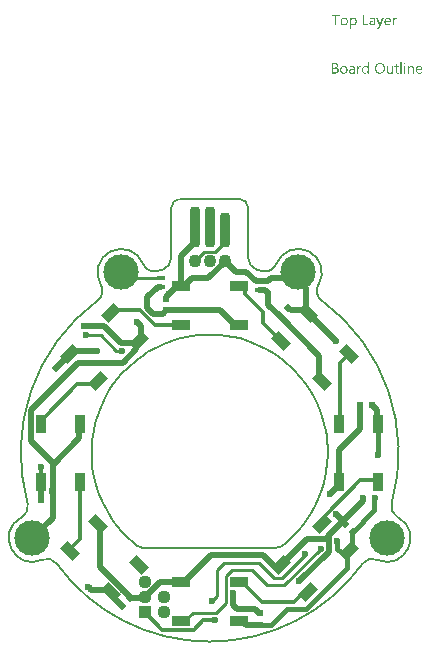
<source format=gtl>
G04*
G04 #@! TF.GenerationSoftware,Altium Limited,Altium Designer,21.9.2 (33)*
G04*
G04 Layer_Physical_Order=1*
G04 Layer_Color=255*
%FSAX25Y25*%
%MOIN*%
G70*
G04*
G04 #@! TF.SameCoordinates,769468AF-EC4D-4854-9D34-422089E218C9*
G04*
G04*
G04 #@! TF.FilePolarity,Positive*
G04*
G01*
G75*
%ADD10C,0.01968*%
%ADD11C,0.00787*%
%ADD12R,0.05906X0.03543*%
G04:AMPARAMS|DCode=13|XSize=59.06mil|YSize=35.43mil|CornerRadius=0mil|HoleSize=0mil|Usage=FLASHONLY|Rotation=225.000|XOffset=0mil|YOffset=0mil|HoleType=Round|Shape=Rectangle|*
%AMROTATEDRECTD13*
4,1,4,0.00835,0.03341,0.03341,0.00835,-0.00835,-0.03341,-0.03341,-0.00835,0.00835,0.03341,0.0*
%
%ADD13ROTATEDRECTD13*%

%ADD14R,0.03543X0.05906*%
G04:AMPARAMS|DCode=15|XSize=59.06mil|YSize=35.43mil|CornerRadius=0mil|HoleSize=0mil|Usage=FLASHONLY|Rotation=315.000|XOffset=0mil|YOffset=0mil|HoleType=Round|Shape=Rectangle|*
%AMROTATEDRECTD15*
4,1,4,-0.03341,0.00835,-0.00835,0.03341,0.03341,-0.00835,0.00835,-0.03341,-0.03341,0.00835,0.0*
%
%ADD15ROTATEDRECTD15*%

G04:AMPARAMS|DCode=16|XSize=19.68mil|YSize=21.65mil|CornerRadius=0mil|HoleSize=0mil|Usage=FLASHONLY|Rotation=315.000|XOffset=0mil|YOffset=0mil|HoleType=Round|Shape=Rectangle|*
%AMROTATEDRECTD16*
4,1,4,-0.01462,-0.00070,0.00070,0.01462,0.01462,0.00070,-0.00070,-0.01462,-0.01462,-0.00070,0.0*
%
%ADD16ROTATEDRECTD16*%

%ADD18R,0.02165X0.01968*%
G04:AMPARAMS|DCode=19|XSize=19.68mil|YSize=21.65mil|CornerRadius=0mil|HoleSize=0mil|Usage=FLASHONLY|Rotation=45.000|XOffset=0mil|YOffset=0mil|HoleType=Round|Shape=Rectangle|*
%AMROTATEDRECTD19*
4,1,4,0.00070,-0.01462,-0.01462,0.00070,-0.00070,0.01462,0.01462,-0.00070,0.00070,-0.01462,0.0*
%
%ADD19ROTATEDRECTD19*%

%ADD20R,0.01968X0.02165*%
G04:AMPARAMS|DCode=26|XSize=35.43mil|YSize=135.83mil|CornerRadius=13.82mil|HoleSize=0mil|Usage=FLASHONLY|Rotation=180.000|XOffset=0mil|YOffset=0mil|HoleType=Round|Shape=RoundedRectangle|*
%AMROUNDEDRECTD26*
21,1,0.03543,0.10819,0,0,180.0*
21,1,0.00780,0.13583,0,0,180.0*
1,1,0.02764,-0.00390,0.05409*
1,1,0.02764,0.00390,0.05409*
1,1,0.02764,0.00390,-0.05409*
1,1,0.02764,-0.00390,-0.05409*
%
%ADD26ROUNDEDRECTD26*%
G04:AMPARAMS|DCode=27|XSize=35.43mil|YSize=116.14mil|CornerRadius=13.82mil|HoleSize=0mil|Usage=FLASHONLY|Rotation=180.000|XOffset=0mil|YOffset=0mil|HoleType=Round|Shape=RoundedRectangle|*
%AMROUNDEDRECTD27*
21,1,0.03543,0.08850,0,0,180.0*
21,1,0.00780,0.11614,0,0,180.0*
1,1,0.02764,-0.00390,0.04425*
1,1,0.02764,0.00390,0.04425*
1,1,0.02764,0.00390,-0.04425*
1,1,0.02764,-0.00390,-0.04425*
%
%ADD27ROUNDEDRECTD27*%
%ADD35C,0.04331*%
%ADD37R,0.02756X0.01575*%
%ADD38C,0.01339*%
%ADD39C,0.01575*%
%ADD40C,0.00984*%
%ADD41C,0.00866*%
%ADD42C,0.01181*%
%ADD43R,0.04370X0.04370*%
%ADD44C,0.04370*%
%ADD45C,0.11811*%
%ADD46C,0.02362*%
G36*
X0048089Y0144099D02*
X0048132Y0144093D01*
X0048175Y0144087D01*
X0048287Y0144062D01*
X0048411Y0144025D01*
X0048534Y0143963D01*
X0048596Y0143926D01*
X0048658Y0143876D01*
X0048714Y0143827D01*
X0048770Y0143765D01*
X0048776Y0143759D01*
X0048782Y0143753D01*
X0048794Y0143728D01*
X0048813Y0143703D01*
X0048831Y0143672D01*
X0048856Y0143629D01*
X0048881Y0143579D01*
X0048906Y0143530D01*
X0048931Y0143468D01*
X0048955Y0143400D01*
X0048980Y0143325D01*
X0048999Y0143245D01*
X0049030Y0143066D01*
X0049042Y0142966D01*
Y0142861D01*
Y0142855D01*
Y0142836D01*
Y0142799D01*
X0049036Y0142756D01*
Y0142707D01*
X0049023Y0142645D01*
X0049017Y0142577D01*
X0049005Y0142502D01*
X0048968Y0142341D01*
X0048912Y0142174D01*
X0048875Y0142094D01*
X0048838Y0142013D01*
X0048788Y0141933D01*
X0048733Y0141858D01*
X0048726Y0141852D01*
X0048720Y0141840D01*
X0048702Y0141821D01*
X0048677Y0141803D01*
X0048646Y0141772D01*
X0048609Y0141741D01*
X0048565Y0141704D01*
X0048516Y0141673D01*
X0048460Y0141636D01*
X0048398Y0141598D01*
X0048250Y0141543D01*
X0048169Y0141518D01*
X0048089Y0141499D01*
X0047996Y0141487D01*
X0047897Y0141481D01*
X0047847D01*
X0047816Y0141487D01*
X0047773Y0141493D01*
X0047730Y0141506D01*
X0047618Y0141530D01*
X0047501Y0141580D01*
X0047433Y0141617D01*
X0047371Y0141654D01*
X0047309Y0141704D01*
X0047253Y0141759D01*
X0047191Y0141821D01*
X0047142Y0141896D01*
X0047129D01*
Y0140385D01*
X0046727D01*
Y0144050D01*
X0047129D01*
Y0143604D01*
X0047142D01*
X0047148Y0143610D01*
X0047154Y0143629D01*
X0047173Y0143654D01*
X0047197Y0143684D01*
X0047228Y0143722D01*
X0047265Y0143765D01*
X0047309Y0143808D01*
X0047365Y0143858D01*
X0047420Y0143901D01*
X0047482Y0143945D01*
X0047556Y0143988D01*
X0047631Y0144025D01*
X0047717Y0144062D01*
X0047810Y0144087D01*
X0047903Y0144099D01*
X0048008Y0144106D01*
X0048058D01*
X0048089Y0144099D01*
D02*
G37*
G36*
X0062202Y0144087D02*
X0062276Y0144081D01*
X0062320Y0144068D01*
X0062350Y0144056D01*
Y0143641D01*
X0062344Y0143647D01*
X0062332Y0143654D01*
X0062307Y0143666D01*
X0062276Y0143684D01*
X0062233Y0143697D01*
X0062177Y0143709D01*
X0062115Y0143716D01*
X0062047Y0143722D01*
X0062035D01*
X0062004Y0143716D01*
X0061954Y0143709D01*
X0061899Y0143691D01*
X0061824Y0143660D01*
X0061756Y0143616D01*
X0061682Y0143554D01*
X0061614Y0143474D01*
X0061608Y0143462D01*
X0061589Y0143431D01*
X0061558Y0143375D01*
X0061527Y0143301D01*
X0061496Y0143208D01*
X0061465Y0143090D01*
X0061447Y0142960D01*
X0061441Y0142812D01*
Y0141537D01*
X0061038D01*
Y0144050D01*
X0061441D01*
Y0143530D01*
X0061453D01*
Y0143536D01*
X0061459Y0143542D01*
X0061471Y0143573D01*
X0061490Y0143623D01*
X0061521Y0143684D01*
X0061552Y0143746D01*
X0061602Y0143815D01*
X0061651Y0143883D01*
X0061713Y0143945D01*
X0061719Y0143951D01*
X0061744Y0143969D01*
X0061781Y0143994D01*
X0061831Y0144019D01*
X0061886Y0144044D01*
X0061954Y0144068D01*
X0062029Y0144087D01*
X0062109Y0144093D01*
X0062165D01*
X0062202Y0144087D01*
D02*
G37*
G36*
X0056823Y0141134D02*
X0056817Y0141128D01*
X0056810Y0141103D01*
X0056792Y0141060D01*
X0056767Y0141010D01*
X0056736Y0140955D01*
X0056693Y0140887D01*
X0056650Y0140819D01*
X0056600Y0140744D01*
X0056538Y0140670D01*
X0056476Y0140602D01*
X0056402Y0140534D01*
X0056321Y0140478D01*
X0056241Y0140429D01*
X0056148Y0140385D01*
X0056055Y0140360D01*
X0055950Y0140354D01*
X0055894D01*
X0055857Y0140360D01*
X0055777Y0140373D01*
X0055690Y0140392D01*
Y0140751D01*
X0055696D01*
X0055715Y0140744D01*
X0055740Y0140738D01*
X0055770Y0140732D01*
X0055845Y0140713D01*
X0055925Y0140707D01*
X0055938D01*
X0055975Y0140713D01*
X0056030Y0140726D01*
X0056099Y0140751D01*
X0056173Y0140794D01*
X0056210Y0140825D01*
X0056247Y0140862D01*
X0056284Y0140899D01*
X0056321Y0140949D01*
X0056352Y0141004D01*
X0056383Y0141066D01*
X0056588Y0141537D01*
X0055603Y0144050D01*
X0056049D01*
X0056730Y0142112D01*
Y0142106D01*
X0056736Y0142094D01*
X0056742Y0142075D01*
X0056749Y0142050D01*
X0056755Y0142013D01*
X0056767Y0141976D01*
X0056779Y0141920D01*
X0056798D01*
Y0141933D01*
X0056810Y0141970D01*
X0056823Y0142026D01*
X0056848Y0142106D01*
X0057559Y0144050D01*
X0057974D01*
X0056823Y0141134D01*
D02*
G37*
G36*
X0054415Y0144099D02*
X0054471Y0144093D01*
X0054539Y0144074D01*
X0054613Y0144056D01*
X0054694Y0144025D01*
X0054780Y0143988D01*
X0054861Y0143938D01*
X0054941Y0143876D01*
X0055015Y0143802D01*
X0055083Y0143709D01*
X0055139Y0143604D01*
X0055182Y0143480D01*
X0055207Y0143338D01*
X0055220Y0143171D01*
Y0141537D01*
X0054817D01*
Y0141927D01*
X0054805D01*
Y0141920D01*
X0054792Y0141908D01*
X0054780Y0141883D01*
X0054755Y0141858D01*
X0054694Y0141784D01*
X0054613Y0141704D01*
X0054502Y0141623D01*
X0054372Y0141549D01*
X0054291Y0141524D01*
X0054211Y0141499D01*
X0054124Y0141487D01*
X0054031Y0141481D01*
X0053994D01*
X0053969Y0141487D01*
X0053901Y0141493D01*
X0053821Y0141506D01*
X0053722Y0141530D01*
X0053629Y0141561D01*
X0053530Y0141611D01*
X0053443Y0141673D01*
X0053437Y0141685D01*
X0053412Y0141710D01*
X0053375Y0141753D01*
X0053338Y0141815D01*
X0053301Y0141889D01*
X0053264Y0141976D01*
X0053239Y0142081D01*
X0053233Y0142199D01*
Y0142205D01*
Y0142230D01*
X0053239Y0142267D01*
X0053245Y0142310D01*
X0053257Y0142366D01*
X0053276Y0142428D01*
X0053301Y0142496D01*
X0053338Y0142564D01*
X0053381Y0142638D01*
X0053437Y0142713D01*
X0053505Y0142781D01*
X0053585Y0142843D01*
X0053678Y0142905D01*
X0053790Y0142954D01*
X0053913Y0142991D01*
X0054062Y0143022D01*
X0054817Y0143127D01*
Y0143134D01*
Y0143152D01*
X0054811Y0143189D01*
Y0143227D01*
X0054799Y0143276D01*
X0054792Y0143332D01*
X0054755Y0143449D01*
X0054724Y0143505D01*
X0054694Y0143561D01*
X0054650Y0143616D01*
X0054601Y0143666D01*
X0054539Y0143709D01*
X0054471Y0143740D01*
X0054390Y0143759D01*
X0054297Y0143765D01*
X0054254D01*
X0054223Y0143759D01*
X0054180D01*
X0054136Y0143746D01*
X0054025Y0143728D01*
X0053901Y0143691D01*
X0053765Y0143635D01*
X0053691Y0143598D01*
X0053623Y0143561D01*
X0053548Y0143511D01*
X0053480Y0143456D01*
Y0143870D01*
X0053486D01*
X0053499Y0143883D01*
X0053517Y0143895D01*
X0053548Y0143907D01*
X0053579Y0143926D01*
X0053623Y0143945D01*
X0053672Y0143963D01*
X0053728Y0143988D01*
X0053852Y0144031D01*
X0054000Y0144068D01*
X0054161Y0144093D01*
X0054334Y0144106D01*
X0054372D01*
X0054415Y0144099D01*
D02*
G37*
G36*
X0051524Y0141908D02*
X0052935D01*
Y0141537D01*
X0051109D01*
Y0145053D01*
X0051524D01*
Y0141908D01*
D02*
G37*
G36*
X0043285Y0144681D02*
X0042270D01*
Y0141537D01*
X0041862D01*
Y0144681D01*
X0040846D01*
Y0145053D01*
X0043285D01*
Y0144681D01*
D02*
G37*
G36*
X0059478Y0144099D02*
X0059522Y0144093D01*
X0059565Y0144087D01*
X0059676Y0144068D01*
X0059800Y0144025D01*
X0059924Y0143969D01*
X0059986Y0143932D01*
X0060048Y0143889D01*
X0060103Y0143839D01*
X0060159Y0143784D01*
X0060165Y0143777D01*
X0060172Y0143771D01*
X0060184Y0143753D01*
X0060203Y0143728D01*
X0060221Y0143691D01*
X0060246Y0143654D01*
X0060271Y0143610D01*
X0060295Y0143554D01*
X0060320Y0143493D01*
X0060345Y0143431D01*
X0060370Y0143357D01*
X0060388Y0143276D01*
X0060407Y0143189D01*
X0060419Y0143103D01*
X0060432Y0143004D01*
Y0142898D01*
Y0142688D01*
X0058655D01*
Y0142682D01*
Y0142669D01*
Y0142651D01*
X0058661Y0142620D01*
X0058667Y0142583D01*
Y0142546D01*
X0058686Y0142446D01*
X0058717Y0142348D01*
X0058754Y0142236D01*
X0058810Y0142131D01*
X0058878Y0142038D01*
X0058890Y0142026D01*
X0058915Y0142001D01*
X0058965Y0141970D01*
X0059033Y0141927D01*
X0059119Y0141883D01*
X0059218Y0141852D01*
X0059336Y0141827D01*
X0059472Y0141815D01*
X0059516D01*
X0059546Y0141821D01*
X0059584D01*
X0059627Y0141827D01*
X0059732Y0141852D01*
X0059850Y0141883D01*
X0059980Y0141933D01*
X0060116Y0142001D01*
X0060184Y0142044D01*
X0060252Y0142094D01*
Y0141716D01*
X0060246D01*
X0060240Y0141704D01*
X0060221Y0141698D01*
X0060190Y0141679D01*
X0060159Y0141660D01*
X0060122Y0141642D01*
X0060073Y0141623D01*
X0060023Y0141598D01*
X0059961Y0141574D01*
X0059893Y0141555D01*
X0059745Y0141518D01*
X0059571Y0141493D01*
X0059379Y0141481D01*
X0059330D01*
X0059293Y0141487D01*
X0059249Y0141493D01*
X0059194Y0141499D01*
X0059076Y0141524D01*
X0058940Y0141561D01*
X0058804Y0141623D01*
X0058736Y0141667D01*
X0058667Y0141710D01*
X0058606Y0141759D01*
X0058544Y0141821D01*
X0058538Y0141827D01*
X0058531Y0141840D01*
X0058519Y0141858D01*
X0058494Y0141883D01*
X0058476Y0141920D01*
X0058451Y0141964D01*
X0058420Y0142013D01*
X0058395Y0142069D01*
X0058364Y0142131D01*
X0058339Y0142205D01*
X0058308Y0142286D01*
X0058290Y0142372D01*
X0058271Y0142465D01*
X0058253Y0142564D01*
X0058246Y0142669D01*
X0058240Y0142781D01*
Y0142787D01*
Y0142806D01*
Y0142836D01*
X0058246Y0142880D01*
X0058253Y0142929D01*
X0058259Y0142985D01*
X0058265Y0143053D01*
X0058284Y0143121D01*
X0058321Y0143270D01*
X0058376Y0143431D01*
X0058414Y0143511D01*
X0058463Y0143586D01*
X0058513Y0143666D01*
X0058568Y0143734D01*
X0058575Y0143740D01*
X0058587Y0143753D01*
X0058606Y0143771D01*
X0058630Y0143790D01*
X0058661Y0143821D01*
X0058698Y0143852D01*
X0058748Y0143883D01*
X0058797Y0143920D01*
X0058915Y0143988D01*
X0059057Y0144050D01*
X0059138Y0144068D01*
X0059218Y0144087D01*
X0059305Y0144099D01*
X0059398Y0144106D01*
X0059447D01*
X0059478Y0144099D01*
D02*
G37*
G36*
X0044987D02*
X0045031Y0144093D01*
X0045087Y0144087D01*
X0045210Y0144062D01*
X0045353Y0144019D01*
X0045495Y0143957D01*
X0045569Y0143920D01*
X0045638Y0143876D01*
X0045706Y0143821D01*
X0045768Y0143759D01*
X0045774Y0143753D01*
X0045780Y0143740D01*
X0045798Y0143722D01*
X0045817Y0143697D01*
X0045842Y0143660D01*
X0045867Y0143616D01*
X0045897Y0143567D01*
X0045928Y0143511D01*
X0045953Y0143443D01*
X0045984Y0143375D01*
X0046009Y0143295D01*
X0046034Y0143208D01*
X0046052Y0143115D01*
X0046071Y0143016D01*
X0046077Y0142911D01*
X0046083Y0142799D01*
Y0142793D01*
Y0142775D01*
Y0142744D01*
X0046077Y0142700D01*
X0046071Y0142651D01*
X0046065Y0142589D01*
X0046052Y0142527D01*
X0046040Y0142453D01*
X0046003Y0142304D01*
X0045941Y0142143D01*
X0045904Y0142063D01*
X0045854Y0141982D01*
X0045805Y0141908D01*
X0045743Y0141840D01*
X0045737Y0141834D01*
X0045724Y0141827D01*
X0045706Y0141809D01*
X0045681Y0141784D01*
X0045644Y0141759D01*
X0045606Y0141728D01*
X0045557Y0141691D01*
X0045501Y0141660D01*
X0045439Y0141630D01*
X0045371Y0141592D01*
X0045297Y0141561D01*
X0045217Y0141537D01*
X0045130Y0141512D01*
X0045037Y0141499D01*
X0044938Y0141487D01*
X0044833Y0141481D01*
X0044777D01*
X0044740Y0141487D01*
X0044697Y0141493D01*
X0044641Y0141499D01*
X0044579Y0141512D01*
X0044511Y0141524D01*
X0044368Y0141568D01*
X0044220Y0141630D01*
X0044146Y0141667D01*
X0044078Y0141716D01*
X0044010Y0141766D01*
X0043941Y0141827D01*
X0043935Y0141834D01*
X0043929Y0141846D01*
X0043911Y0141865D01*
X0043892Y0141889D01*
X0043867Y0141927D01*
X0043836Y0141970D01*
X0043805Y0142019D01*
X0043780Y0142075D01*
X0043749Y0142143D01*
X0043719Y0142211D01*
X0043688Y0142286D01*
X0043663Y0142372D01*
X0043626Y0142558D01*
X0043620Y0142657D01*
X0043613Y0142762D01*
Y0142768D01*
Y0142793D01*
Y0142824D01*
X0043620Y0142868D01*
X0043626Y0142917D01*
X0043632Y0142979D01*
X0043644Y0143047D01*
X0043657Y0143121D01*
X0043694Y0143282D01*
X0043756Y0143443D01*
X0043799Y0143524D01*
X0043842Y0143604D01*
X0043892Y0143678D01*
X0043954Y0143746D01*
X0043960Y0143753D01*
X0043972Y0143765D01*
X0043991Y0143777D01*
X0044016Y0143802D01*
X0044053Y0143827D01*
X0044096Y0143858D01*
X0044146Y0143895D01*
X0044201Y0143926D01*
X0044263Y0143957D01*
X0044338Y0143994D01*
X0044412Y0144025D01*
X0044499Y0144050D01*
X0044585Y0144074D01*
X0044684Y0144093D01*
X0044789Y0144099D01*
X0044895Y0144106D01*
X0044950D01*
X0044987Y0144099D01*
D02*
G37*
G36*
X0065056Y0129114D02*
X0065080D01*
X0065136Y0129089D01*
X0065167Y0129071D01*
X0065198Y0129046D01*
X0065204Y0129040D01*
X0065210Y0129033D01*
X0065241Y0128996D01*
X0065266Y0128934D01*
X0065272Y0128897D01*
X0065278Y0128860D01*
Y0128854D01*
Y0128841D01*
X0065272Y0128823D01*
X0065266Y0128798D01*
X0065247Y0128736D01*
X0065223Y0128705D01*
X0065198Y0128674D01*
X0065192D01*
X0065185Y0128662D01*
X0065148Y0128637D01*
X0065093Y0128612D01*
X0065056Y0128606D01*
X0065018Y0128600D01*
X0065000D01*
X0064981Y0128606D01*
X0064956D01*
X0064895Y0128631D01*
X0064864Y0128643D01*
X0064833Y0128668D01*
Y0128674D01*
X0064820Y0128681D01*
X0064808Y0128699D01*
X0064796Y0128718D01*
X0064771Y0128780D01*
X0064765Y0128817D01*
X0064758Y0128860D01*
Y0128866D01*
Y0128879D01*
X0064765Y0128897D01*
X0064771Y0128928D01*
X0064789Y0128984D01*
X0064808Y0129015D01*
X0064833Y0129046D01*
X0064839Y0129052D01*
X0064845Y0129058D01*
X0064882Y0129083D01*
X0064944Y0129108D01*
X0064981Y0129120D01*
X0065037D01*
X0065056Y0129114D01*
D02*
G37*
G36*
X0053066Y0125449D02*
X0052663D01*
Y0125870D01*
X0052651D01*
Y0125864D01*
X0052638Y0125852D01*
X0052620Y0125827D01*
X0052601Y0125796D01*
X0052570Y0125759D01*
X0052533Y0125722D01*
X0052490Y0125678D01*
X0052440Y0125635D01*
X0052385Y0125586D01*
X0052316Y0125542D01*
X0052248Y0125505D01*
X0052168Y0125468D01*
X0052087Y0125437D01*
X0051995Y0125412D01*
X0051896Y0125400D01*
X0051790Y0125394D01*
X0051747D01*
X0051710Y0125400D01*
X0051673Y0125406D01*
X0051623Y0125412D01*
X0051518Y0125437D01*
X0051394Y0125474D01*
X0051270Y0125536D01*
X0051202Y0125573D01*
X0051147Y0125617D01*
X0051085Y0125672D01*
X0051029Y0125728D01*
Y0125734D01*
X0051017Y0125747D01*
X0051004Y0125765D01*
X0050986Y0125790D01*
X0050967Y0125821D01*
X0050942Y0125864D01*
X0050918Y0125914D01*
X0050893Y0125969D01*
X0050862Y0126031D01*
X0050837Y0126099D01*
X0050812Y0126174D01*
X0050794Y0126254D01*
X0050775Y0126341D01*
X0050763Y0126440D01*
X0050757Y0126539D01*
X0050750Y0126644D01*
Y0126650D01*
Y0126669D01*
Y0126706D01*
X0050757Y0126749D01*
X0050763Y0126799D01*
X0050769Y0126861D01*
X0050775Y0126929D01*
X0050788Y0127003D01*
X0050825Y0127164D01*
X0050880Y0127331D01*
X0050918Y0127412D01*
X0050961Y0127492D01*
X0051004Y0127566D01*
X0051060Y0127641D01*
X0051066Y0127647D01*
X0051072Y0127659D01*
X0051091Y0127678D01*
X0051116Y0127703D01*
X0051147Y0127727D01*
X0051190Y0127758D01*
X0051233Y0127795D01*
X0051283Y0127832D01*
X0051407Y0127901D01*
X0051549Y0127963D01*
X0051629Y0127981D01*
X0051716Y0128000D01*
X0051803Y0128012D01*
X0051902Y0128018D01*
X0051951D01*
X0051988Y0128012D01*
X0052026Y0128006D01*
X0052075Y0128000D01*
X0052187Y0127969D01*
X0052310Y0127919D01*
X0052372Y0127888D01*
X0052434Y0127845D01*
X0052496Y0127802D01*
X0052552Y0127746D01*
X0052601Y0127684D01*
X0052651Y0127610D01*
X0052663D01*
Y0129170D01*
X0053066D01*
Y0125449D01*
D02*
G37*
G36*
X0067334Y0128012D02*
X0067408Y0128006D01*
X0067501Y0127987D01*
X0067600Y0127956D01*
X0067705Y0127907D01*
X0067810Y0127839D01*
X0067853Y0127802D01*
X0067897Y0127752D01*
X0067909Y0127740D01*
X0067934Y0127703D01*
X0067965Y0127641D01*
X0068008Y0127554D01*
X0068045Y0127449D01*
X0068082Y0127319D01*
X0068107Y0127164D01*
X0068113Y0126985D01*
Y0125449D01*
X0067711D01*
Y0126879D01*
Y0126885D01*
Y0126916D01*
X0067705Y0126954D01*
Y0127003D01*
X0067693Y0127065D01*
X0067680Y0127133D01*
X0067661Y0127207D01*
X0067637Y0127282D01*
X0067606Y0127356D01*
X0067569Y0127424D01*
X0067519Y0127492D01*
X0067463Y0127554D01*
X0067401Y0127603D01*
X0067321Y0127641D01*
X0067234Y0127672D01*
X0067129Y0127678D01*
X0067117D01*
X0067080Y0127672D01*
X0067024Y0127665D01*
X0066956Y0127647D01*
X0066875Y0127622D01*
X0066789Y0127579D01*
X0066708Y0127523D01*
X0066628Y0127449D01*
X0066622Y0127436D01*
X0066597Y0127412D01*
X0066566Y0127362D01*
X0066529Y0127294D01*
X0066492Y0127214D01*
X0066461Y0127114D01*
X0066436Y0127003D01*
X0066430Y0126879D01*
Y0125449D01*
X0066027D01*
Y0127963D01*
X0066430D01*
Y0127542D01*
X0066442D01*
X0066448Y0127548D01*
X0066454Y0127560D01*
X0066473Y0127585D01*
X0066498Y0127616D01*
X0066523Y0127653D01*
X0066560Y0127690D01*
X0066603Y0127734D01*
X0066653Y0127783D01*
X0066708Y0127826D01*
X0066770Y0127870D01*
X0066838Y0127907D01*
X0066913Y0127944D01*
X0066987Y0127975D01*
X0067074Y0128000D01*
X0067166Y0128012D01*
X0067265Y0128018D01*
X0067303D01*
X0067334Y0128012D01*
D02*
G37*
G36*
X0050336Y0128000D02*
X0050410Y0127994D01*
X0050453Y0127981D01*
X0050484Y0127969D01*
Y0127554D01*
X0050478Y0127560D01*
X0050466Y0127566D01*
X0050441Y0127579D01*
X0050410Y0127597D01*
X0050367Y0127610D01*
X0050311Y0127622D01*
X0050249Y0127628D01*
X0050181Y0127635D01*
X0050169D01*
X0050138Y0127628D01*
X0050088Y0127622D01*
X0050032Y0127603D01*
X0049958Y0127573D01*
X0049890Y0127529D01*
X0049816Y0127467D01*
X0049748Y0127387D01*
X0049742Y0127374D01*
X0049723Y0127343D01*
X0049692Y0127288D01*
X0049661Y0127214D01*
X0049630Y0127121D01*
X0049599Y0127003D01*
X0049580Y0126873D01*
X0049574Y0126725D01*
Y0125449D01*
X0049172D01*
Y0127963D01*
X0049574D01*
Y0127443D01*
X0049587D01*
Y0127449D01*
X0049593Y0127455D01*
X0049605Y0127486D01*
X0049624Y0127535D01*
X0049655Y0127597D01*
X0049686Y0127659D01*
X0049735Y0127727D01*
X0049785Y0127795D01*
X0049847Y0127857D01*
X0049853Y0127864D01*
X0049878Y0127882D01*
X0049915Y0127907D01*
X0049964Y0127932D01*
X0050020Y0127956D01*
X0050088Y0127981D01*
X0050162Y0128000D01*
X0050243Y0128006D01*
X0050299D01*
X0050336Y0128000D01*
D02*
G37*
G36*
X0061075Y0125449D02*
X0060673D01*
Y0125846D01*
X0060661D01*
Y0125839D01*
X0060648Y0125827D01*
X0060636Y0125802D01*
X0060611Y0125777D01*
X0060555Y0125703D01*
X0060469Y0125623D01*
X0060419Y0125579D01*
X0060364Y0125536D01*
X0060302Y0125499D01*
X0060227Y0125462D01*
X0060153Y0125437D01*
X0060073Y0125412D01*
X0059980Y0125400D01*
X0059887Y0125394D01*
X0059850D01*
X0059806Y0125400D01*
X0059745Y0125412D01*
X0059676Y0125425D01*
X0059602Y0125449D01*
X0059522Y0125480D01*
X0059441Y0125530D01*
X0059355Y0125586D01*
X0059274Y0125654D01*
X0059200Y0125740D01*
X0059132Y0125846D01*
X0059070Y0125963D01*
X0059026Y0126105D01*
X0059002Y0126273D01*
X0058989Y0126359D01*
Y0126458D01*
Y0127963D01*
X0059386D01*
Y0126520D01*
Y0126514D01*
Y0126489D01*
X0059392Y0126446D01*
X0059398Y0126397D01*
X0059404Y0126335D01*
X0059416Y0126273D01*
X0059435Y0126198D01*
X0059460Y0126124D01*
X0059497Y0126050D01*
X0059534Y0125982D01*
X0059584Y0125914D01*
X0059645Y0125852D01*
X0059714Y0125802D01*
X0059794Y0125765D01*
X0059893Y0125734D01*
X0059998Y0125728D01*
X0060011D01*
X0060048Y0125734D01*
X0060103Y0125740D01*
X0060165Y0125753D01*
X0060246Y0125784D01*
X0060326Y0125821D01*
X0060407Y0125870D01*
X0060481Y0125945D01*
X0060487Y0125957D01*
X0060512Y0125982D01*
X0060543Y0126031D01*
X0060580Y0126099D01*
X0060611Y0126180D01*
X0060642Y0126279D01*
X0060667Y0126390D01*
X0060673Y0126514D01*
Y0127963D01*
X0061075D01*
Y0125449D01*
D02*
G37*
G36*
X0065210D02*
X0064808D01*
Y0127963D01*
X0065210D01*
Y0125449D01*
D02*
G37*
G36*
X0063991D02*
X0063589D01*
Y0129170D01*
X0063991D01*
Y0125449D01*
D02*
G37*
G36*
X0047612Y0128012D02*
X0047668Y0128006D01*
X0047736Y0127987D01*
X0047810Y0127969D01*
X0047891Y0127938D01*
X0047977Y0127901D01*
X0048058Y0127851D01*
X0048138Y0127789D01*
X0048213Y0127715D01*
X0048281Y0127622D01*
X0048336Y0127517D01*
X0048380Y0127393D01*
X0048404Y0127251D01*
X0048417Y0127084D01*
Y0125449D01*
X0048015D01*
Y0125839D01*
X0048002D01*
Y0125833D01*
X0047990Y0125821D01*
X0047977Y0125796D01*
X0047953Y0125771D01*
X0047891Y0125697D01*
X0047810Y0125617D01*
X0047699Y0125536D01*
X0047569Y0125462D01*
X0047488Y0125437D01*
X0047408Y0125412D01*
X0047321Y0125400D01*
X0047228Y0125394D01*
X0047191D01*
X0047166Y0125400D01*
X0047098Y0125406D01*
X0047018Y0125418D01*
X0046919Y0125443D01*
X0046826Y0125474D01*
X0046727Y0125524D01*
X0046640Y0125586D01*
X0046634Y0125598D01*
X0046609Y0125623D01*
X0046572Y0125666D01*
X0046535Y0125728D01*
X0046498Y0125802D01*
X0046461Y0125889D01*
X0046436Y0125994D01*
X0046430Y0126112D01*
Y0126118D01*
Y0126143D01*
X0046436Y0126180D01*
X0046442Y0126223D01*
X0046455Y0126279D01*
X0046473Y0126341D01*
X0046498Y0126409D01*
X0046535Y0126477D01*
X0046578Y0126551D01*
X0046634Y0126626D01*
X0046702Y0126694D01*
X0046783Y0126755D01*
X0046876Y0126817D01*
X0046987Y0126867D01*
X0047111Y0126904D01*
X0047259Y0126935D01*
X0048015Y0127040D01*
Y0127046D01*
Y0127065D01*
X0048008Y0127102D01*
Y0127139D01*
X0047996Y0127189D01*
X0047990Y0127244D01*
X0047953Y0127362D01*
X0047922Y0127418D01*
X0047891Y0127473D01*
X0047847Y0127529D01*
X0047798Y0127579D01*
X0047736Y0127622D01*
X0047668Y0127653D01*
X0047587Y0127672D01*
X0047495Y0127678D01*
X0047451D01*
X0047420Y0127672D01*
X0047377D01*
X0047334Y0127659D01*
X0047222Y0127641D01*
X0047098Y0127603D01*
X0046962Y0127548D01*
X0046888Y0127511D01*
X0046820Y0127473D01*
X0046745Y0127424D01*
X0046677Y0127368D01*
Y0127783D01*
X0046684D01*
X0046696Y0127795D01*
X0046715Y0127808D01*
X0046745Y0127820D01*
X0046777Y0127839D01*
X0046820Y0127857D01*
X0046869Y0127876D01*
X0046925Y0127901D01*
X0047049Y0127944D01*
X0047197Y0127981D01*
X0047358Y0128006D01*
X0047532Y0128018D01*
X0047569D01*
X0047612Y0128012D01*
D02*
G37*
G36*
X0041923Y0128959D02*
X0041967D01*
X0042010Y0128953D01*
X0042109Y0128941D01*
X0042227Y0128910D01*
X0042351Y0128873D01*
X0042468Y0128817D01*
X0042573Y0128743D01*
X0042580D01*
X0042586Y0128730D01*
X0042617Y0128705D01*
X0042660Y0128656D01*
X0042710Y0128588D01*
X0042753Y0128501D01*
X0042796Y0128402D01*
X0042827Y0128291D01*
X0042840Y0128229D01*
Y0128161D01*
Y0128154D01*
Y0128148D01*
Y0128111D01*
X0042833Y0128055D01*
X0042821Y0127987D01*
X0042803Y0127901D01*
X0042772Y0127814D01*
X0042734Y0127727D01*
X0042679Y0127641D01*
X0042673Y0127628D01*
X0042648Y0127603D01*
X0042611Y0127566D01*
X0042561Y0127517D01*
X0042499Y0127467D01*
X0042425Y0127412D01*
X0042332Y0127368D01*
X0042233Y0127325D01*
Y0127319D01*
X0042252D01*
X0042270Y0127313D01*
X0042289Y0127306D01*
X0042357Y0127294D01*
X0042437Y0127269D01*
X0042524Y0127232D01*
X0042617Y0127189D01*
X0042710Y0127127D01*
X0042796Y0127046D01*
X0042809Y0127034D01*
X0042833Y0127003D01*
X0042864Y0126960D01*
X0042908Y0126892D01*
X0042945Y0126805D01*
X0042982Y0126706D01*
X0043007Y0126588D01*
X0043013Y0126458D01*
Y0126452D01*
Y0126440D01*
Y0126415D01*
X0043007Y0126384D01*
X0043001Y0126347D01*
X0042994Y0126304D01*
X0042970Y0126198D01*
X0042933Y0126081D01*
X0042877Y0125957D01*
X0042840Y0125901D01*
X0042796Y0125839D01*
X0042741Y0125784D01*
X0042685Y0125728D01*
X0042679D01*
X0042673Y0125716D01*
X0042654Y0125703D01*
X0042629Y0125685D01*
X0042598Y0125666D01*
X0042555Y0125641D01*
X0042462Y0125592D01*
X0042344Y0125536D01*
X0042208Y0125493D01*
X0042047Y0125462D01*
X0041967Y0125456D01*
X0041874Y0125449D01*
X0040846D01*
Y0128965D01*
X0041892D01*
X0041923Y0128959D01*
D02*
G37*
G36*
X0062419Y0127963D02*
X0063056D01*
Y0127616D01*
X0062419D01*
Y0126198D01*
Y0126186D01*
Y0126155D01*
X0062425Y0126112D01*
X0062431Y0126056D01*
X0062456Y0125938D01*
X0062474Y0125883D01*
X0062505Y0125839D01*
X0062511Y0125833D01*
X0062524Y0125821D01*
X0062542Y0125808D01*
X0062573Y0125790D01*
X0062611Y0125765D01*
X0062660Y0125753D01*
X0062722Y0125740D01*
X0062790Y0125734D01*
X0062815D01*
X0062846Y0125740D01*
X0062883Y0125747D01*
X0062969Y0125771D01*
X0063013Y0125790D01*
X0063056Y0125815D01*
Y0125468D01*
X0063050D01*
X0063031Y0125456D01*
X0063001Y0125449D01*
X0062957Y0125437D01*
X0062901Y0125425D01*
X0062840Y0125412D01*
X0062765Y0125406D01*
X0062679Y0125400D01*
X0062648D01*
X0062617Y0125406D01*
X0062573Y0125412D01*
X0062524Y0125425D01*
X0062468Y0125437D01*
X0062412Y0125462D01*
X0062350Y0125493D01*
X0062289Y0125530D01*
X0062227Y0125579D01*
X0062171Y0125635D01*
X0062121Y0125709D01*
X0062078Y0125790D01*
X0062047Y0125889D01*
X0062022Y0126000D01*
X0062016Y0126130D01*
Y0127616D01*
X0061589D01*
Y0127963D01*
X0062016D01*
Y0128575D01*
X0062419Y0128705D01*
Y0127963D01*
D02*
G37*
G36*
X0069946Y0128012D02*
X0069989Y0128006D01*
X0070032Y0128000D01*
X0070144Y0127981D01*
X0070267Y0127938D01*
X0070391Y0127882D01*
X0070453Y0127845D01*
X0070515Y0127802D01*
X0070571Y0127752D01*
X0070626Y0127696D01*
X0070633Y0127690D01*
X0070639Y0127684D01*
X0070651Y0127665D01*
X0070670Y0127641D01*
X0070688Y0127603D01*
X0070713Y0127566D01*
X0070738Y0127523D01*
X0070763Y0127467D01*
X0070788Y0127405D01*
X0070812Y0127343D01*
X0070837Y0127269D01*
X0070856Y0127189D01*
X0070874Y0127102D01*
X0070886Y0127015D01*
X0070899Y0126916D01*
Y0126811D01*
Y0126601D01*
X0069122D01*
Y0126595D01*
Y0126582D01*
Y0126564D01*
X0069129Y0126533D01*
X0069135Y0126496D01*
Y0126458D01*
X0069153Y0126359D01*
X0069184Y0126260D01*
X0069221Y0126149D01*
X0069277Y0126044D01*
X0069345Y0125951D01*
X0069358Y0125938D01*
X0069382Y0125914D01*
X0069432Y0125883D01*
X0069500Y0125839D01*
X0069587Y0125796D01*
X0069686Y0125765D01*
X0069803Y0125740D01*
X0069939Y0125728D01*
X0069983D01*
X0070014Y0125734D01*
X0070051D01*
X0070094Y0125740D01*
X0070199Y0125765D01*
X0070317Y0125796D01*
X0070447Y0125846D01*
X0070583Y0125914D01*
X0070651Y0125957D01*
X0070719Y0126006D01*
Y0125629D01*
X0070713D01*
X0070707Y0125617D01*
X0070688Y0125610D01*
X0070657Y0125592D01*
X0070626Y0125573D01*
X0070589Y0125555D01*
X0070540Y0125536D01*
X0070490Y0125511D01*
X0070428Y0125487D01*
X0070360Y0125468D01*
X0070212Y0125431D01*
X0070038Y0125406D01*
X0069847Y0125394D01*
X0069797D01*
X0069760Y0125400D01*
X0069717Y0125406D01*
X0069661Y0125412D01*
X0069543Y0125437D01*
X0069407Y0125474D01*
X0069271Y0125536D01*
X0069203Y0125579D01*
X0069135Y0125623D01*
X0069073Y0125672D01*
X0069011Y0125734D01*
X0069005Y0125740D01*
X0068999Y0125753D01*
X0068986Y0125771D01*
X0068961Y0125796D01*
X0068943Y0125833D01*
X0068918Y0125876D01*
X0068887Y0125926D01*
X0068862Y0125982D01*
X0068831Y0126044D01*
X0068807Y0126118D01*
X0068776Y0126198D01*
X0068757Y0126285D01*
X0068739Y0126378D01*
X0068720Y0126477D01*
X0068714Y0126582D01*
X0068708Y0126694D01*
Y0126700D01*
Y0126718D01*
Y0126749D01*
X0068714Y0126793D01*
X0068720Y0126842D01*
X0068726Y0126898D01*
X0068732Y0126966D01*
X0068751Y0127034D01*
X0068788Y0127183D01*
X0068844Y0127343D01*
X0068881Y0127424D01*
X0068931Y0127498D01*
X0068980Y0127579D01*
X0069036Y0127647D01*
X0069042Y0127653D01*
X0069054Y0127665D01*
X0069073Y0127684D01*
X0069098Y0127703D01*
X0069129Y0127734D01*
X0069166Y0127764D01*
X0069215Y0127795D01*
X0069265Y0127832D01*
X0069382Y0127901D01*
X0069525Y0127963D01*
X0069605Y0127981D01*
X0069686Y0128000D01*
X0069772Y0128012D01*
X0069865Y0128018D01*
X0069915D01*
X0069946Y0128012D01*
D02*
G37*
G36*
X0056903Y0129021D02*
X0056965Y0129015D01*
X0057039Y0129002D01*
X0057120Y0128984D01*
X0057207Y0128965D01*
X0057293Y0128941D01*
X0057392Y0128910D01*
X0057485Y0128866D01*
X0057584Y0128817D01*
X0057683Y0128761D01*
X0057776Y0128693D01*
X0057869Y0128619D01*
X0057956Y0128532D01*
X0057962Y0128526D01*
X0057974Y0128507D01*
X0057999Y0128482D01*
X0058024Y0128445D01*
X0058061Y0128396D01*
X0058098Y0128334D01*
X0058135Y0128266D01*
X0058178Y0128192D01*
X0058222Y0128099D01*
X0058259Y0128006D01*
X0058296Y0127901D01*
X0058333Y0127783D01*
X0058358Y0127665D01*
X0058383Y0127535D01*
X0058395Y0127393D01*
X0058401Y0127251D01*
Y0127238D01*
Y0127214D01*
Y0127170D01*
X0058395Y0127108D01*
X0058389Y0127034D01*
X0058376Y0126954D01*
X0058364Y0126861D01*
X0058346Y0126755D01*
X0058321Y0126650D01*
X0058290Y0126539D01*
X0058253Y0126427D01*
X0058209Y0126316D01*
X0058154Y0126198D01*
X0058092Y0126093D01*
X0058024Y0125988D01*
X0057943Y0125889D01*
X0057937Y0125883D01*
X0057925Y0125870D01*
X0057894Y0125846D01*
X0057863Y0125815D01*
X0057813Y0125771D01*
X0057758Y0125734D01*
X0057696Y0125685D01*
X0057621Y0125641D01*
X0057541Y0125598D01*
X0057448Y0125548D01*
X0057349Y0125511D01*
X0057238Y0125474D01*
X0057120Y0125437D01*
X0056996Y0125412D01*
X0056866Y0125400D01*
X0056724Y0125394D01*
X0056693D01*
X0056650Y0125400D01*
X0056600D01*
X0056538Y0125406D01*
X0056464Y0125418D01*
X0056383Y0125437D01*
X0056291Y0125456D01*
X0056198Y0125480D01*
X0056099Y0125511D01*
X0056000Y0125555D01*
X0055901Y0125598D01*
X0055801Y0125654D01*
X0055702Y0125722D01*
X0055610Y0125796D01*
X0055523Y0125883D01*
X0055517Y0125889D01*
X0055504Y0125908D01*
X0055480Y0125932D01*
X0055455Y0125969D01*
X0055418Y0126019D01*
X0055381Y0126081D01*
X0055343Y0126149D01*
X0055300Y0126229D01*
X0055257Y0126316D01*
X0055220Y0126409D01*
X0055182Y0126514D01*
X0055145Y0126632D01*
X0055121Y0126749D01*
X0055096Y0126879D01*
X0055083Y0127022D01*
X0055077Y0127164D01*
Y0127176D01*
Y0127201D01*
X0055083Y0127244D01*
Y0127306D01*
X0055090Y0127374D01*
X0055102Y0127461D01*
X0055114Y0127554D01*
X0055133Y0127653D01*
X0055158Y0127758D01*
X0055189Y0127870D01*
X0055226Y0127981D01*
X0055269Y0128093D01*
X0055325Y0128204D01*
X0055387Y0128315D01*
X0055455Y0128421D01*
X0055535Y0128520D01*
X0055541Y0128526D01*
X0055554Y0128544D01*
X0055585Y0128569D01*
X0055622Y0128600D01*
X0055665Y0128637D01*
X0055721Y0128681D01*
X0055789Y0128724D01*
X0055863Y0128773D01*
X0055950Y0128823D01*
X0056043Y0128866D01*
X0056142Y0128910D01*
X0056253Y0128947D01*
X0056377Y0128978D01*
X0056507Y0129009D01*
X0056643Y0129021D01*
X0056786Y0129027D01*
X0056854D01*
X0056903Y0129021D01*
D02*
G37*
G36*
X0044876Y0128012D02*
X0044919Y0128006D01*
X0044975Y0128000D01*
X0045099Y0127975D01*
X0045241Y0127932D01*
X0045384Y0127870D01*
X0045458Y0127832D01*
X0045526Y0127789D01*
X0045594Y0127734D01*
X0045656Y0127672D01*
X0045662Y0127665D01*
X0045669Y0127653D01*
X0045687Y0127635D01*
X0045706Y0127610D01*
X0045730Y0127573D01*
X0045755Y0127529D01*
X0045786Y0127480D01*
X0045817Y0127424D01*
X0045842Y0127356D01*
X0045873Y0127288D01*
X0045897Y0127207D01*
X0045922Y0127121D01*
X0045941Y0127028D01*
X0045959Y0126929D01*
X0045966Y0126824D01*
X0045972Y0126712D01*
Y0126706D01*
Y0126687D01*
Y0126656D01*
X0045966Y0126613D01*
X0045959Y0126564D01*
X0045953Y0126502D01*
X0045941Y0126440D01*
X0045928Y0126365D01*
X0045891Y0126217D01*
X0045829Y0126056D01*
X0045792Y0125976D01*
X0045743Y0125895D01*
X0045693Y0125821D01*
X0045631Y0125753D01*
X0045625Y0125747D01*
X0045613Y0125740D01*
X0045594Y0125722D01*
X0045569Y0125697D01*
X0045532Y0125672D01*
X0045495Y0125641D01*
X0045446Y0125604D01*
X0045390Y0125573D01*
X0045328Y0125542D01*
X0045260Y0125505D01*
X0045186Y0125474D01*
X0045105Y0125449D01*
X0045019Y0125425D01*
X0044926Y0125412D01*
X0044827Y0125400D01*
X0044721Y0125394D01*
X0044666D01*
X0044629Y0125400D01*
X0044585Y0125406D01*
X0044530Y0125412D01*
X0044468Y0125425D01*
X0044399Y0125437D01*
X0044257Y0125480D01*
X0044109Y0125542D01*
X0044034Y0125579D01*
X0043966Y0125629D01*
X0043898Y0125678D01*
X0043830Y0125740D01*
X0043824Y0125747D01*
X0043818Y0125759D01*
X0043799Y0125777D01*
X0043780Y0125802D01*
X0043756Y0125839D01*
X0043725Y0125883D01*
X0043694Y0125932D01*
X0043669Y0125988D01*
X0043638Y0126056D01*
X0043607Y0126124D01*
X0043576Y0126198D01*
X0043551Y0126285D01*
X0043514Y0126471D01*
X0043508Y0126570D01*
X0043502Y0126675D01*
Y0126681D01*
Y0126706D01*
Y0126737D01*
X0043508Y0126780D01*
X0043514Y0126830D01*
X0043521Y0126892D01*
X0043533Y0126960D01*
X0043545Y0127034D01*
X0043582Y0127195D01*
X0043644Y0127356D01*
X0043688Y0127436D01*
X0043731Y0127517D01*
X0043780Y0127591D01*
X0043842Y0127659D01*
X0043849Y0127665D01*
X0043861Y0127678D01*
X0043880Y0127690D01*
X0043904Y0127715D01*
X0043941Y0127740D01*
X0043985Y0127771D01*
X0044034Y0127808D01*
X0044090Y0127839D01*
X0044152Y0127870D01*
X0044226Y0127907D01*
X0044300Y0127938D01*
X0044387Y0127963D01*
X0044474Y0127987D01*
X0044573Y0128006D01*
X0044678Y0128012D01*
X0044783Y0128018D01*
X0044839D01*
X0044876Y0128012D01*
D02*
G37*
%LPC*%
G36*
X0047909Y0143765D02*
X0047878D01*
X0047853Y0143759D01*
X0047785Y0143753D01*
X0047705Y0143734D01*
X0047618Y0143703D01*
X0047519Y0143660D01*
X0047426Y0143598D01*
X0047340Y0143517D01*
X0047334Y0143505D01*
X0047309Y0143474D01*
X0047272Y0143425D01*
X0047234Y0143350D01*
X0047197Y0143264D01*
X0047160Y0143158D01*
X0047135Y0143041D01*
X0047129Y0142911D01*
Y0142558D01*
Y0142552D01*
Y0142546D01*
X0047135Y0142508D01*
X0047142Y0142446D01*
X0047154Y0142378D01*
X0047179Y0142292D01*
X0047216Y0142205D01*
X0047265Y0142119D01*
X0047334Y0142032D01*
X0047346Y0142026D01*
X0047371Y0142001D01*
X0047414Y0141964D01*
X0047476Y0141927D01*
X0047550Y0141883D01*
X0047637Y0141852D01*
X0047736Y0141827D01*
X0047847Y0141815D01*
X0047885D01*
X0047909Y0141821D01*
X0047971Y0141827D01*
X0048058Y0141852D01*
X0048145Y0141883D01*
X0048243Y0141933D01*
X0048336Y0142001D01*
X0048380Y0142044D01*
X0048417Y0142094D01*
Y0142100D01*
X0048423Y0142106D01*
X0048435Y0142125D01*
X0048448Y0142143D01*
X0048466Y0142174D01*
X0048485Y0142211D01*
X0048522Y0142298D01*
X0048559Y0142409D01*
X0048596Y0142539D01*
X0048621Y0142694D01*
X0048627Y0142874D01*
Y0142880D01*
Y0142892D01*
Y0142911D01*
Y0142942D01*
X0048621Y0142979D01*
X0048615Y0143016D01*
X0048603Y0143109D01*
X0048578Y0143214D01*
X0048547Y0143325D01*
X0048497Y0143431D01*
X0048435Y0143524D01*
X0048429Y0143536D01*
X0048398Y0143561D01*
X0048355Y0143598D01*
X0048299Y0143647D01*
X0048225Y0143691D01*
X0048132Y0143728D01*
X0048027Y0143753D01*
X0047909Y0143765D01*
D02*
G37*
G36*
X0054817Y0142806D02*
X0054211Y0142719D01*
X0054198D01*
X0054167Y0142713D01*
X0054118Y0142700D01*
X0054056Y0142688D01*
X0053988Y0142669D01*
X0053913Y0142645D01*
X0053852Y0142620D01*
X0053790Y0142583D01*
X0053784Y0142577D01*
X0053765Y0142564D01*
X0053746Y0142539D01*
X0053722Y0142502D01*
X0053691Y0142453D01*
X0053672Y0142391D01*
X0053654Y0142317D01*
X0053647Y0142230D01*
Y0142224D01*
Y0142199D01*
X0053654Y0142168D01*
X0053666Y0142125D01*
X0053678Y0142075D01*
X0053703Y0142026D01*
X0053734Y0141976D01*
X0053777Y0141927D01*
X0053784Y0141920D01*
X0053802Y0141908D01*
X0053833Y0141889D01*
X0053870Y0141871D01*
X0053920Y0141852D01*
X0053982Y0141834D01*
X0054050Y0141821D01*
X0054130Y0141815D01*
X0054143D01*
X0054180Y0141821D01*
X0054235Y0141827D01*
X0054303Y0141840D01*
X0054378Y0141865D01*
X0054464Y0141902D01*
X0054545Y0141957D01*
X0054619Y0142026D01*
X0054625Y0142038D01*
X0054650Y0142063D01*
X0054681Y0142106D01*
X0054718Y0142168D01*
X0054755Y0142248D01*
X0054786Y0142335D01*
X0054811Y0142440D01*
X0054817Y0142552D01*
Y0142806D01*
D02*
G37*
G36*
X0059392Y0143765D02*
X0059342D01*
X0059293Y0143753D01*
X0059224Y0143740D01*
X0059150Y0143716D01*
X0059064Y0143678D01*
X0058983Y0143629D01*
X0058903Y0143561D01*
X0058896Y0143554D01*
X0058872Y0143524D01*
X0058841Y0143480D01*
X0058797Y0143418D01*
X0058754Y0143344D01*
X0058717Y0143251D01*
X0058686Y0143146D01*
X0058661Y0143028D01*
X0060017D01*
Y0143035D01*
Y0143047D01*
Y0143059D01*
Y0143084D01*
X0060011Y0143152D01*
X0059998Y0143227D01*
X0059974Y0143319D01*
X0059949Y0143406D01*
X0059905Y0143493D01*
X0059850Y0143573D01*
X0059844Y0143579D01*
X0059819Y0143604D01*
X0059782Y0143635D01*
X0059732Y0143672D01*
X0059664Y0143703D01*
X0059584Y0143734D01*
X0059497Y0143759D01*
X0059392Y0143765D01*
D02*
G37*
G36*
X0044864D02*
X0044827D01*
X0044802Y0143759D01*
X0044728Y0143753D01*
X0044641Y0143734D01*
X0044542Y0143703D01*
X0044437Y0143654D01*
X0044338Y0143586D01*
X0044288Y0143548D01*
X0044245Y0143499D01*
X0044232Y0143486D01*
X0044208Y0143449D01*
X0044177Y0143394D01*
X0044133Y0143313D01*
X0044090Y0143208D01*
X0044059Y0143084D01*
X0044034Y0142942D01*
X0044022Y0142775D01*
Y0142768D01*
Y0142756D01*
Y0142731D01*
X0044028Y0142700D01*
Y0142663D01*
X0044034Y0142620D01*
X0044053Y0142521D01*
X0044078Y0142409D01*
X0044121Y0142292D01*
X0044177Y0142174D01*
X0044251Y0142069D01*
X0044263Y0142057D01*
X0044294Y0142032D01*
X0044344Y0141989D01*
X0044412Y0141945D01*
X0044499Y0141896D01*
X0044604Y0141852D01*
X0044728Y0141827D01*
X0044864Y0141815D01*
X0044901D01*
X0044926Y0141821D01*
X0045000Y0141827D01*
X0045087Y0141846D01*
X0045179Y0141877D01*
X0045285Y0141920D01*
X0045377Y0141982D01*
X0045464Y0142063D01*
X0045470Y0142075D01*
X0045495Y0142112D01*
X0045532Y0142168D01*
X0045569Y0142248D01*
X0045606Y0142354D01*
X0045644Y0142478D01*
X0045669Y0142620D01*
X0045675Y0142787D01*
Y0142793D01*
Y0142806D01*
Y0142830D01*
Y0142868D01*
X0045669Y0142905D01*
X0045662Y0142948D01*
X0045650Y0143053D01*
X0045625Y0143171D01*
X0045588Y0143288D01*
X0045532Y0143406D01*
X0045464Y0143511D01*
X0045452Y0143524D01*
X0045427Y0143548D01*
X0045377Y0143592D01*
X0045309Y0143641D01*
X0045223Y0143684D01*
X0045124Y0143728D01*
X0045000Y0143753D01*
X0044864Y0143765D01*
D02*
G37*
G36*
X0051951Y0127678D02*
X0051914D01*
X0051889Y0127672D01*
X0051821Y0127665D01*
X0051741Y0127647D01*
X0051648Y0127610D01*
X0051549Y0127560D01*
X0051456Y0127498D01*
X0051413Y0127455D01*
X0051369Y0127405D01*
X0051363Y0127393D01*
X0051338Y0127356D01*
X0051301Y0127294D01*
X0051264Y0127214D01*
X0051227Y0127108D01*
X0051190Y0126978D01*
X0051165Y0126830D01*
X0051159Y0126663D01*
Y0126656D01*
Y0126644D01*
Y0126619D01*
X0051165Y0126588D01*
Y0126557D01*
X0051171Y0126514D01*
X0051184Y0126415D01*
X0051209Y0126304D01*
X0051246Y0126192D01*
X0051295Y0126081D01*
X0051363Y0125976D01*
X0051376Y0125963D01*
X0051400Y0125938D01*
X0051444Y0125895D01*
X0051506Y0125852D01*
X0051586Y0125808D01*
X0051679Y0125765D01*
X0051784Y0125740D01*
X0051908Y0125728D01*
X0051939D01*
X0051964Y0125734D01*
X0052026Y0125740D01*
X0052100Y0125759D01*
X0052187Y0125790D01*
X0052279Y0125827D01*
X0052366Y0125889D01*
X0052453Y0125969D01*
X0052459Y0125982D01*
X0052484Y0126013D01*
X0052521Y0126068D01*
X0052558Y0126137D01*
X0052595Y0126223D01*
X0052632Y0126328D01*
X0052657Y0126452D01*
X0052663Y0126582D01*
Y0126954D01*
Y0126960D01*
Y0126966D01*
Y0127003D01*
X0052651Y0127059D01*
X0052638Y0127133D01*
X0052614Y0127214D01*
X0052577Y0127300D01*
X0052527Y0127387D01*
X0052459Y0127467D01*
X0052453Y0127473D01*
X0052422Y0127498D01*
X0052378Y0127535D01*
X0052323Y0127573D01*
X0052248Y0127610D01*
X0052162Y0127647D01*
X0052063Y0127672D01*
X0051951Y0127678D01*
D02*
G37*
G36*
X0048015Y0126718D02*
X0047408Y0126632D01*
X0047396D01*
X0047365Y0126626D01*
X0047315Y0126613D01*
X0047253Y0126601D01*
X0047185Y0126582D01*
X0047111Y0126557D01*
X0047049Y0126533D01*
X0046987Y0126496D01*
X0046981Y0126489D01*
X0046962Y0126477D01*
X0046944Y0126452D01*
X0046919Y0126415D01*
X0046888Y0126365D01*
X0046869Y0126304D01*
X0046851Y0126229D01*
X0046845Y0126143D01*
Y0126137D01*
Y0126112D01*
X0046851Y0126081D01*
X0046863Y0126037D01*
X0046876Y0125988D01*
X0046900Y0125938D01*
X0046931Y0125889D01*
X0046975Y0125839D01*
X0046981Y0125833D01*
X0046999Y0125821D01*
X0047030Y0125802D01*
X0047067Y0125784D01*
X0047117Y0125765D01*
X0047179Y0125747D01*
X0047247Y0125734D01*
X0047327Y0125728D01*
X0047340D01*
X0047377Y0125734D01*
X0047433Y0125740D01*
X0047501Y0125753D01*
X0047575Y0125777D01*
X0047662Y0125815D01*
X0047742Y0125870D01*
X0047816Y0125938D01*
X0047823Y0125951D01*
X0047847Y0125976D01*
X0047878Y0126019D01*
X0047915Y0126081D01*
X0047953Y0126161D01*
X0047984Y0126248D01*
X0048008Y0126353D01*
X0048015Y0126465D01*
Y0126718D01*
D02*
G37*
G36*
X0041732Y0128594D02*
X0041261D01*
Y0127455D01*
X0041738D01*
X0041800Y0127461D01*
X0041874Y0127473D01*
X0041961Y0127492D01*
X0042053Y0127523D01*
X0042134Y0127560D01*
X0042214Y0127616D01*
X0042221Y0127622D01*
X0042245Y0127647D01*
X0042276Y0127684D01*
X0042314Y0127740D01*
X0042344Y0127802D01*
X0042375Y0127882D01*
X0042400Y0127975D01*
X0042406Y0128080D01*
Y0128086D01*
Y0128105D01*
X0042400Y0128130D01*
X0042394Y0128161D01*
X0042369Y0128241D01*
X0042351Y0128291D01*
X0042320Y0128340D01*
X0042289Y0128384D01*
X0042239Y0128433D01*
X0042190Y0128476D01*
X0042122Y0128513D01*
X0042047Y0128544D01*
X0041954Y0128569D01*
X0041849Y0128588D01*
X0041732Y0128594D01*
D02*
G37*
G36*
Y0127084D02*
X0041261D01*
Y0125821D01*
X0041880D01*
X0041942Y0125827D01*
X0042029Y0125839D01*
X0042115Y0125864D01*
X0042208Y0125889D01*
X0042301Y0125932D01*
X0042382Y0125988D01*
X0042388Y0125994D01*
X0042412Y0126019D01*
X0042443Y0126056D01*
X0042481Y0126112D01*
X0042518Y0126180D01*
X0042549Y0126260D01*
X0042573Y0126359D01*
X0042580Y0126465D01*
Y0126471D01*
Y0126489D01*
X0042573Y0126520D01*
X0042567Y0126564D01*
X0042555Y0126607D01*
X0042536Y0126663D01*
X0042511Y0126718D01*
X0042474Y0126774D01*
X0042431Y0126830D01*
X0042375Y0126885D01*
X0042307Y0126941D01*
X0042221Y0126985D01*
X0042128Y0127028D01*
X0042010Y0127059D01*
X0041880Y0127077D01*
X0041732Y0127084D01*
D02*
G37*
G36*
X0069859Y0127678D02*
X0069810D01*
X0069760Y0127665D01*
X0069692Y0127653D01*
X0069618Y0127628D01*
X0069531Y0127591D01*
X0069450Y0127542D01*
X0069370Y0127473D01*
X0069364Y0127467D01*
X0069339Y0127436D01*
X0069308Y0127393D01*
X0069265Y0127331D01*
X0069221Y0127257D01*
X0069184Y0127164D01*
X0069153Y0127059D01*
X0069129Y0126941D01*
X0070484D01*
Y0126947D01*
Y0126960D01*
Y0126972D01*
Y0126997D01*
X0070478Y0127065D01*
X0070466Y0127139D01*
X0070441Y0127232D01*
X0070416Y0127319D01*
X0070373Y0127405D01*
X0070317Y0127486D01*
X0070311Y0127492D01*
X0070286Y0127517D01*
X0070249Y0127548D01*
X0070199Y0127585D01*
X0070131Y0127616D01*
X0070051Y0127647D01*
X0069964Y0127672D01*
X0069859Y0127678D01*
D02*
G37*
G36*
X0056755Y0128650D02*
X0056699D01*
X0056662Y0128643D01*
X0056612Y0128637D01*
X0056563Y0128631D01*
X0056501Y0128619D01*
X0056433Y0128600D01*
X0056291Y0128551D01*
X0056216Y0128520D01*
X0056136Y0128482D01*
X0056062Y0128433D01*
X0055987Y0128377D01*
X0055919Y0128315D01*
X0055851Y0128247D01*
X0055845Y0128241D01*
X0055839Y0128229D01*
X0055820Y0128204D01*
X0055795Y0128173D01*
X0055770Y0128136D01*
X0055746Y0128086D01*
X0055715Y0128031D01*
X0055684Y0127969D01*
X0055647Y0127894D01*
X0055616Y0127820D01*
X0055591Y0127734D01*
X0055566Y0127641D01*
X0055541Y0127542D01*
X0055523Y0127430D01*
X0055517Y0127319D01*
X0055511Y0127201D01*
Y0127195D01*
Y0127170D01*
Y0127139D01*
X0055517Y0127096D01*
X0055523Y0127040D01*
X0055529Y0126972D01*
X0055541Y0126904D01*
X0055554Y0126830D01*
X0055591Y0126663D01*
X0055653Y0126483D01*
X0055690Y0126397D01*
X0055733Y0126316D01*
X0055789Y0126229D01*
X0055845Y0126155D01*
X0055851Y0126149D01*
X0055863Y0126137D01*
X0055882Y0126118D01*
X0055907Y0126093D01*
X0055938Y0126062D01*
X0055981Y0126031D01*
X0056030Y0125994D01*
X0056080Y0125957D01*
X0056142Y0125920D01*
X0056210Y0125883D01*
X0056359Y0125821D01*
X0056445Y0125796D01*
X0056532Y0125777D01*
X0056625Y0125765D01*
X0056724Y0125759D01*
X0056779D01*
X0056823Y0125765D01*
X0056866Y0125771D01*
X0056928Y0125777D01*
X0056990Y0125790D01*
X0057058Y0125808D01*
X0057200Y0125852D01*
X0057281Y0125883D01*
X0057355Y0125920D01*
X0057429Y0125963D01*
X0057504Y0126013D01*
X0057572Y0126068D01*
X0057640Y0126137D01*
X0057646Y0126143D01*
X0057652Y0126155D01*
X0057671Y0126174D01*
X0057689Y0126205D01*
X0057720Y0126248D01*
X0057745Y0126291D01*
X0057776Y0126347D01*
X0057807Y0126409D01*
X0057838Y0126483D01*
X0057869Y0126564D01*
X0057900Y0126650D01*
X0057925Y0126743D01*
X0057943Y0126842D01*
X0057962Y0126954D01*
X0057968Y0127071D01*
X0057974Y0127195D01*
Y0127201D01*
Y0127226D01*
Y0127263D01*
X0057968Y0127306D01*
X0057962Y0127368D01*
X0057956Y0127436D01*
X0057949Y0127511D01*
X0057931Y0127591D01*
X0057894Y0127758D01*
X0057838Y0127938D01*
X0057801Y0128024D01*
X0057758Y0128111D01*
X0057702Y0128192D01*
X0057646Y0128266D01*
X0057640Y0128272D01*
X0057634Y0128284D01*
X0057615Y0128303D01*
X0057584Y0128328D01*
X0057553Y0128352D01*
X0057516Y0128390D01*
X0057467Y0128421D01*
X0057417Y0128458D01*
X0057355Y0128495D01*
X0057287Y0128526D01*
X0057213Y0128563D01*
X0057132Y0128588D01*
X0057046Y0128612D01*
X0056959Y0128631D01*
X0056860Y0128643D01*
X0056755Y0128650D01*
D02*
G37*
G36*
X0044752Y0127678D02*
X0044715D01*
X0044690Y0127672D01*
X0044616Y0127665D01*
X0044530Y0127647D01*
X0044431Y0127616D01*
X0044325Y0127566D01*
X0044226Y0127498D01*
X0044177Y0127461D01*
X0044133Y0127412D01*
X0044121Y0127399D01*
X0044096Y0127362D01*
X0044065Y0127306D01*
X0044022Y0127226D01*
X0043979Y0127121D01*
X0043948Y0126997D01*
X0043923Y0126855D01*
X0043911Y0126687D01*
Y0126681D01*
Y0126669D01*
Y0126644D01*
X0043917Y0126613D01*
Y0126576D01*
X0043923Y0126533D01*
X0043941Y0126434D01*
X0043966Y0126322D01*
X0044010Y0126205D01*
X0044065Y0126087D01*
X0044140Y0125982D01*
X0044152Y0125969D01*
X0044183Y0125945D01*
X0044232Y0125901D01*
X0044300Y0125858D01*
X0044387Y0125808D01*
X0044492Y0125765D01*
X0044616Y0125740D01*
X0044752Y0125728D01*
X0044789D01*
X0044814Y0125734D01*
X0044888Y0125740D01*
X0044975Y0125759D01*
X0045068Y0125790D01*
X0045173Y0125833D01*
X0045266Y0125895D01*
X0045353Y0125976D01*
X0045359Y0125988D01*
X0045384Y0126025D01*
X0045421Y0126081D01*
X0045458Y0126161D01*
X0045495Y0126267D01*
X0045532Y0126390D01*
X0045557Y0126533D01*
X0045563Y0126700D01*
Y0126706D01*
Y0126718D01*
Y0126743D01*
Y0126780D01*
X0045557Y0126817D01*
X0045551Y0126861D01*
X0045538Y0126966D01*
X0045514Y0127084D01*
X0045477Y0127201D01*
X0045421Y0127319D01*
X0045353Y0127424D01*
X0045340Y0127436D01*
X0045316Y0127461D01*
X0045266Y0127505D01*
X0045198Y0127554D01*
X0045111Y0127597D01*
X0045012Y0127641D01*
X0044888Y0127665D01*
X0044752Y0127678D01*
D02*
G37*
%LPD*%
D10*
X-0059059Y-0029429D02*
X-0052274Y-0022644D01*
Y-0016708D02*
Y-0004885D01*
Y-0022644D02*
Y-0016708D01*
X0007942Y-0051800D02*
Y-0047766D01*
X0009095Y-0052953D02*
X0014961D01*
X0007942Y-0051800D02*
X0009095Y-0052953D01*
X0014961D02*
X0016535Y-0054528D01*
X0016732D01*
X0012197Y-0058465D02*
X0015482D01*
X0009661Y-0057110D02*
X0010842D01*
X0012197Y-0058465D01*
X-0035238Y0041396D02*
X-0029604Y0035762D01*
X-0025791D02*
X-0025661Y0035632D01*
X-0029604Y0035762D02*
X-0025791D01*
X-0024547Y0035632D02*
X-0024547Y0035632D01*
X-0041764Y0041396D02*
X-0035238D01*
X-0025661Y0035632D02*
X-0024547D01*
X-0023712Y0036467D01*
X-0026544Y-0049269D02*
Y-0048969D01*
Y-0049269D02*
X-0026405Y-0049408D01*
X-0028768Y-0046745D02*
Y-0046639D01*
X-0036522Y-0038885D02*
X-0028768Y-0046639D01*
Y-0046745D02*
X-0026544Y-0048969D01*
X-0036522Y-0038885D02*
Y-0025476D01*
X-0037357Y-0024641D02*
X-0036522Y-0025476D01*
X0029847Y-0043830D02*
X0039642Y-0034035D01*
Y-0029196D01*
X0042224Y-0021457D02*
X0042230D01*
X0039892Y-0028465D02*
X0044568Y-0023789D01*
X0038776Y-0029581D02*
X0039892Y-0028465D01*
X0039642Y-0029196D02*
X0039892Y-0028946D01*
Y-0028465D01*
X-0020736Y0047270D02*
Y0050934D01*
Y0047270D02*
X-0018836Y0045370D01*
X-0017721D01*
X-0017646Y0045295D02*
X-0017585Y0045355D01*
X-0015685D02*
X-0014546Y0046495D01*
X-0017585Y0045355D02*
X-0015685D01*
X-0014546Y0046523D02*
X0003575D01*
X-0017721Y0045370D02*
X-0017646Y0045295D01*
X-0020736Y0050934D02*
X-0017241Y0054429D01*
X-0016339D01*
X-0014447Y0050460D02*
Y0051005D01*
X-0010827Y0054626D01*
X-0014546Y0050460D02*
X-0014447D01*
X-0010827Y0054626D02*
X-0009646D01*
X0019377Y0056160D02*
X0020489Y0057271D01*
X0027642D01*
X0029524Y0059153D01*
X0015294Y0056160D02*
X0019377D01*
X0026261Y0047291D02*
X0027067Y0046485D01*
X0032938Y0045650D02*
X0042121Y0036467D01*
X0032103Y0046485D02*
X0032938Y0045650D01*
X0032103Y0046485D02*
X0032103Y0046485D01*
X0027067Y0046485D02*
X0032103D01*
X0032103Y0047599D02*
X0032144Y0047640D01*
Y0053870D01*
X0029524Y0056490D02*
X0032144Y0053870D01*
X0029524Y0056490D02*
Y0059153D01*
X0032103Y0046485D02*
Y0047599D01*
X0019560Y0048425D02*
Y0052251D01*
X0016432Y0053404D02*
X0018407D01*
X0019560Y0052251D01*
Y0048425D02*
X0023477Y0044508D01*
X0036557Y0031427D01*
X0003575Y0046523D02*
X0008465Y0041634D01*
X0009646D01*
X-0022877Y0037302D02*
Y0041308D01*
X-0024074Y0042506D02*
Y0042612D01*
X-0023712Y0036467D02*
X-0022877Y0037302D01*
X-0024074Y0042506D02*
X-0022877Y0041308D01*
X-0052274Y-0004885D02*
Y-0004413D01*
X-0056211Y-0010813D02*
Y-0010577D01*
Y-0016708D02*
Y-0010813D01*
Y-0010577D02*
X-0056185Y-0010551D01*
X-0052274Y-0004885D02*
X-0043401Y0003988D01*
Y0008532D02*
X-0043193Y0008740D01*
X-0043401Y0003988D02*
Y0008532D01*
X-0048499Y0024394D02*
X-0043900Y0028993D01*
X-0059531Y0013362D02*
X-0048499Y0024394D01*
X-0059531Y0002844D02*
X-0052274Y-0004413D01*
X-0059531Y0002844D02*
Y0013362D01*
X-0045705Y0032848D02*
X-0037647D01*
X-0037507Y0032988D01*
X-0037400D01*
X-0046540Y0032013D02*
X-0045705Y0032848D01*
X-0043900Y0028993D02*
X-0029049D01*
X-0024547Y0033495D01*
Y0035632D01*
X-0046540Y0031921D02*
Y0032013D01*
X-0051283Y0027178D02*
X-0046540Y0031921D01*
X0000498Y-0035171D02*
X0017848D01*
X0021799Y-0039121D01*
X-0008449Y-0044118D02*
X0000498Y-0035171D01*
X0021799Y-0039121D02*
X0022912D01*
X0023747Y-0038286D01*
X-0009630Y-0044118D02*
X-0008449D01*
X-0016564D02*
X-0009630D01*
X-0021481Y-0049035D02*
X-0016564Y-0044118D01*
X-0021659Y-0049035D02*
X-0021481D01*
X-0026405Y-0049408D02*
X-0022032D01*
X-0021659Y-0049035D01*
X-0032903Y-0048478D02*
X-0029258Y-0052122D01*
X-0032903Y-0048478D02*
Y-0047469D01*
X0042235Y-0021457D02*
X0044568Y-0023789D01*
X0044568D02*
X0051181Y-0017176D01*
Y-0015866D01*
X0042230Y-0021457D02*
X0042235D01*
X0044568Y-0023789D02*
X0044568D01*
X0032453Y-0029581D02*
X0038776D01*
X0023747Y-0038286D02*
X0032453Y-0029581D01*
X0042121Y0036467D02*
X0042173D01*
X0036557Y0023658D02*
X0037393Y0022822D01*
X0036557Y0023658D02*
Y0031427D01*
X0055765Y0009188D02*
X0056221Y0008732D01*
X0054121Y0014884D02*
X0055765Y0013240D01*
Y0009188D02*
Y0013240D01*
X0054121Y0014884D02*
Y0014982D01*
X0043228Y-0011740D02*
Y-0010559D01*
X0040256Y-0014713D02*
X0043228Y-0011740D01*
X0040256Y-0014764D02*
Y-0014713D01*
X0050184Y0006902D02*
Y0014982D01*
X0043228Y-0010559D02*
Y-0000054D01*
X0050184Y0006902D01*
X-0040413Y-0045772D02*
X-0040307D01*
X-0033738Y-0046634D02*
X-0032903Y-0047469D01*
X-0039445Y-0046634D02*
X-0033738D01*
X-0040307Y-0045772D02*
X-0039445Y-0046634D01*
X0012055Y0059399D02*
X0015294Y0056160D01*
X0008744Y0059399D02*
X0012055D01*
X0005249Y0062894D02*
X0008744Y0059399D01*
X0005000Y0062894D02*
X0005249D01*
X-0008465Y0054626D02*
X-0005945Y0057145D01*
X-0000598D01*
X-0009646Y0054626D02*
X-0008465D01*
X0005000Y0062744D02*
Y0062894D01*
X-0000598Y0057145D02*
X0005000Y0062744D01*
X-0009709Y0054689D02*
X-0009646Y0054626D01*
X-0009709Y0054689D02*
Y0064484D01*
X-0005000Y0069193D02*
Y0074213D01*
X-0009709Y0064484D02*
X-0005000Y0069193D01*
D11*
X-0024319Y-0031866D02*
G03*
X-0022417Y-0032653I0001897J0001892D01*
G01*
X0021768Y-0032650D02*
G03*
X0025181Y-0031236I-0000007J0004845D01*
G01*
X-0062660Y-0022428D02*
G03*
X-0060669Y-0017867I-0001801J0003501D01*
G01*
X-0062660Y-0022428D02*
G03*
X-0055813Y-0036604I0003601J-0007002D01*
G01*
X-0051003Y-0037880D02*
G03*
X-0055813Y-0036604I-0003187J-0002311D01*
G01*
X-0051003Y-0037880D02*
G03*
X0050995Y-0037880I0050999J0036974D01*
G01*
X0055805Y-0036604D02*
G03*
X0050995Y-0037880I-0001623J-0003587D01*
G01*
X0060661Y-0017867D02*
G03*
X0062652Y-0022428I0003792J-0001060D01*
G01*
X0055805Y-0036604D02*
G03*
X0062652Y-0022428I0003246J0007174D01*
G01*
X0060661Y-0017867D02*
G03*
X0037293Y0049857I-0060665J0016961D01*
G01*
X0036257Y0055071D02*
G03*
X0037293Y0049857I0003367J-0002041D01*
G01*
X0036257Y0055071D02*
G03*
X0022180Y0061992I-0006733J0004082D01*
G01*
X0017419Y0059628D02*
G03*
X0022180Y0061992I0001089J0003783D01*
G01*
X0017419Y0059628D02*
G03*
X0015709Y0060094I-0017423J-0060534D01*
G01*
X0012894Y0063874D02*
G03*
X0015602Y0060134I0003940J0000003D01*
G01*
X0012894Y0080611D02*
G03*
X0009748Y0083756I-0003145J0000000D01*
G01*
X-0009709D02*
G03*
X-0012854Y0080611I0000000J-0003145D01*
G01*
X-0015563Y0060134D02*
G03*
X-0017427Y0059628I0015559J-0061040D01*
G01*
X-0015563Y0060134D02*
G03*
X-0012854Y0063874I-0001232J0003743D01*
G01*
X-0022188Y0061992D02*
G03*
X-0017427Y0059628I0003672J0001419D01*
G01*
X-0022188Y0061992D02*
G03*
X-0036265Y0055071I-0007344J-0002839D01*
G01*
X-0037301Y0049857D02*
G03*
X-0036265Y0055071I-0002331J0003173D01*
G01*
X-0037301Y0049857D02*
G03*
X-0060669Y-0017867I0037297J-0050763D01*
G01*
X0015709Y0060094D02*
G03*
X0015602Y0060134I-0000180J-0000323D01*
G01*
X-0007784Y0037689D02*
X-0003803Y0038405D01*
X0007709Y0037701D02*
X0009961Y0037185D01*
X-0024272Y0030055D02*
X-0021961Y0031768D01*
X0031988Y0022126D02*
X0034303Y0018421D01*
X0038898Y-0007240D02*
X0039260Y-0004413D01*
X-0038484Y-0009173D02*
X-0037165Y-0013898D01*
X0030996Y-0025181D02*
X0033516Y-0021559D01*
X-0029110Y-0027409D02*
X-0027362Y-0029252D01*
X-0011000Y0036898D02*
X-0007784Y0037689D01*
X0005315Y0038102D02*
X0007709Y0037701D01*
X0028051Y0026752D02*
X0031988Y0022126D01*
X-0035236Y0016713D02*
X-0033457Y0019847D01*
X0038681Y0006461D02*
X0038984Y0004634D01*
X-0039173Y0003228D02*
X-0038681Y0006279D01*
X-0037165Y-0013898D02*
X-0035543Y-0017835D01*
X-0027362Y-0029252D02*
X-0025591Y-0030827D01*
X-0027362Y0027441D02*
X-0024272Y0030055D01*
X0024331Y0030047D02*
X0028051Y0026752D01*
X-0035689Y0015713D02*
X-0035236Y0016713D01*
X0038169Y0008740D02*
X0038681Y0006461D01*
X-0039319Y0001063D02*
X-0039173Y0003228D01*
X0039260Y-0004413D02*
X0039394Y-0001819D01*
X-0035543Y-0017835D02*
X-0034335Y-0020173D01*
X0033516Y-0021559D02*
X0035138Y-0018622D01*
X0003500Y0038307D02*
X0005315Y0038102D01*
X-0015358Y0035342D02*
X-0011000Y0036898D01*
X-0029110Y0025602D02*
X-0027362Y0027441D01*
X0037079Y0012327D02*
X0038169Y0008740D01*
X-0036319Y0014252D02*
X-0035689Y0015713D01*
X0039394Y-0001819D02*
X0039425Y-0000587D01*
X0035138Y-0018622D02*
X0036496Y-0015669D01*
X-0025591Y-0030827D02*
X-0024319Y-0031866D01*
X0025181Y-0031236D02*
X0025787Y-0030630D01*
X0001291Y0038421D02*
X0003500Y0038307D01*
X-0017335Y0034441D02*
X-0015358Y0035342D01*
X0021768Y0031898D02*
X0024331Y0030047D01*
X-0032098Y0021890D02*
X-0029110Y0025602D01*
X-0039319Y-0002874D02*
Y0001063D01*
X0036496Y-0015669D02*
X0037472Y-0013008D01*
X-0034335Y-0020173D02*
X-0032098Y-0023701D01*
X0025787Y-0030630D02*
X0028445Y-0028169D01*
X-0022417Y-0032653D02*
X-0021961Y-0032650D01*
X-0001224Y0038453D02*
X0001291Y0038421D01*
X0012874Y0036299D02*
X0015870Y0035126D01*
X0018701Y0033740D02*
X0021768Y0031898D01*
X0035693Y0015709D02*
X0037079Y0012327D01*
X-0037634Y0010657D02*
X-0036319Y0014252D01*
X0039323Y0001063D02*
X0039425Y-0000587D01*
X-0039319Y-0002874D02*
X-0039075Y-0006024D01*
X-0032098Y-0023701D02*
X-0030953Y-0025236D01*
X0028445Y-0028169D02*
X0029847Y-0026579D01*
X-0021961Y-0032650D02*
X0021768D01*
X0009961Y0037185D02*
X0012874Y0036299D01*
X-0020736Y0032563D02*
X-0017335Y0034441D01*
X0015870Y0035126D02*
X0018701Y0033740D01*
X-0032803Y0020862D02*
X-0032098Y0021890D01*
X0034303Y0018421D02*
X0035693Y0015709D01*
X-0038118Y0008937D02*
X-0037634Y0010657D01*
X0039213Y0002717D02*
X0039323Y0001063D01*
X-0039075Y-0006024D02*
X-0038484Y-0009173D01*
X0037472Y-0013008D02*
X0038091Y-0010957D01*
X-0003803Y0038405D02*
X-0001224Y0038453D01*
X-0021961Y0031768D02*
X-0020736Y0032563D01*
X-0033457Y0019847D02*
X-0032803Y0020862D01*
X0038984Y0004634D02*
X0039213Y0002717D01*
X-0038681Y0006279D02*
X-0038118Y0008937D01*
X0038091Y-0010957D02*
X0038898Y-0007240D01*
X-0030953Y-0025236D02*
X-0029110Y-0027409D01*
X0029847Y-0026579D02*
X0030996Y-0025181D01*
X0012894Y0063874D02*
Y0080611D01*
X-0009709Y0083756D02*
X0009748D01*
X-0012854Y0063874D02*
Y0080611D01*
D12*
X-0009630Y-0057110D02*
D03*
Y-0044118D02*
D03*
X0009661D02*
D03*
Y-0057110D02*
D03*
X0009646Y0054626D02*
D03*
Y0041634D02*
D03*
X-0009646D02*
D03*
Y0054626D02*
D03*
D13*
X0032934Y-0047473D02*
D03*
X0023747Y-0038286D02*
D03*
X0037389Y-0024645D02*
D03*
X0046575Y-0033832D02*
D03*
X-0032899Y0045654D02*
D03*
X-0023712Y0036467D02*
D03*
X-0037353Y0022826D02*
D03*
X-0046540Y0032013D02*
D03*
D14*
X0056221Y-0010559D02*
D03*
X0043228D02*
D03*
Y0008732D02*
D03*
X0056221D02*
D03*
X-0056185Y-0010551D02*
D03*
X-0043193D02*
D03*
Y0008740D02*
D03*
X-0056185D02*
D03*
D15*
X0046579Y0032009D02*
D03*
X0037393Y0022822D02*
D03*
X0023751Y0036463D02*
D03*
X0032938Y0045650D02*
D03*
X-0032903Y-0047469D02*
D03*
X-0023716Y-0038282D02*
D03*
X-0037357Y-0024641D02*
D03*
X-0046544Y-0033828D02*
D03*
D16*
X0047849Y-0027475D02*
D03*
X0045065Y-0024691D02*
D03*
X-0051283Y0027178D02*
D03*
X-0048499Y0024394D02*
D03*
D18*
X0016634Y-0054528D02*
D03*
Y-0058465D02*
D03*
X-0014546Y0050460D02*
D03*
Y0046523D02*
D03*
D19*
X0023477Y0044508D02*
D03*
X0026261Y0047291D02*
D03*
X-0026474Y-0049339D02*
D03*
X-0029258Y-0052122D02*
D03*
D20*
X0050184Y0014982D02*
D03*
X0054121D02*
D03*
X-0056211Y-0016708D02*
D03*
X-0052274D02*
D03*
D26*
X0000000Y0074213D02*
D03*
X-0005000D02*
D03*
D27*
X0005000Y0073228D02*
D03*
D35*
X-0005000Y0062894D02*
D03*
X0000000D02*
D03*
X0005000D02*
D03*
D37*
X-0016339Y0054429D02*
D03*
Y0057185D02*
D03*
X0016432Y0053404D02*
D03*
Y0056160D02*
D03*
D38*
X0009661Y-0044118D02*
X0010842D01*
X0011945Y-0045221D01*
Y-0045328D02*
Y-0045221D01*
X0031375Y-0047473D02*
X0032934D01*
X0028146Y-0050703D02*
X0031375Y-0047473D01*
X0011945Y-0045328D02*
X0017319Y-0050703D01*
X0028146D01*
X0055733Y-0010071D02*
X0056221Y-0010559D01*
X0037389Y-0023086D02*
X0038636Y-0021838D01*
Y-0021555D01*
X0037389Y-0024645D02*
Y-0023086D01*
X0050120Y-0010071D02*
X0055733D01*
X0038636Y-0021555D02*
X0050120Y-0010071D01*
X0043228Y0008732D02*
X0043348Y0008852D01*
Y0028932D02*
X0046426Y0032009D01*
X0043348Y0008852D02*
Y0028932D01*
X0046426Y0032009D02*
X0046579D01*
X0017814Y0042401D02*
X0023751Y0036463D01*
X0017814Y0042401D02*
Y0046064D01*
X0011892Y0051986D02*
X0017814Y0046064D01*
X0011184Y0054232D02*
X0011892Y0053524D01*
Y0051986D02*
Y0053524D01*
X0009646Y0054232D02*
X0011184D01*
X-0032899Y0045654D02*
X-0032064Y0046489D01*
X-0023267D02*
X-0018313Y0041535D01*
X-0032064Y0046489D02*
X-0023267D01*
X-0018313Y0041535D02*
X-0009626D01*
X-0038188Y0021991D02*
X-0037353Y0022826D01*
X-0056185Y0009921D02*
X-0055083Y0011024D01*
X-0056185Y0008740D02*
Y0009921D01*
X-0055036Y0011024D02*
X-0044069Y0021991D01*
X-0055083Y0011024D02*
X-0055036D01*
X-0044069Y0021991D02*
X-0038188D01*
X-0046544Y-0032932D02*
X-0043193Y-0029581D01*
Y-0010551D01*
X-0046544Y-0033828D02*
Y-0032932D01*
D39*
X0016634Y-0058465D02*
X0020584D01*
X0025908Y-0053140D01*
X0032000D02*
X0037624Y-0047516D01*
X0025908Y-0053140D02*
X0032000D01*
X0042503Y-0032929D02*
X0043642Y-0034069D01*
X0043750D02*
X0044348Y-0034667D01*
X0042503Y-0032929D02*
Y-0030394D01*
X0044348Y-0034667D02*
X0045740D01*
X0043642Y-0034069D02*
X0043750D01*
X0045740Y-0034667D02*
X0046575Y-0033832D01*
X0042352Y-0030244D02*
X0042503Y-0030394D01*
X0047411Y-0032997D02*
Y-0027544D01*
X0054889Y-0020066D02*
Y-0016017D01*
X0047411Y-0027544D02*
X0054889Y-0020066D01*
X0056062Y-0001592D02*
Y0006156D01*
Y-0001592D02*
X0056176Y-0001705D01*
X0054889Y-0016017D02*
X0055039Y-0015866D01*
X0045740Y-0034667D02*
X0045740Y-0034667D01*
X0046575Y-0033832D02*
X0047411Y-0032997D01*
X0037624Y-0047516D02*
X0045740Y-0039400D01*
Y-0034667D01*
X0037624Y-0047516D02*
Y-0047516D01*
D40*
X-0029231Y0033049D02*
X-0029175Y0033104D01*
X0024942Y-0044960D02*
X0036984Y-0032919D01*
X0019271Y-0044960D02*
X0024942D01*
X0014272Y-0039961D02*
X0019271Y-0044960D01*
X-0029531Y0059153D02*
X-0027563Y0057185D01*
X-0016339D01*
X-0031201Y0033049D02*
X-0029231D01*
X-0041223Y0038142D02*
X-0036294D01*
X-0031201Y0033049D01*
X-0005000Y0062894D02*
X-0001805Y0066088D01*
X0001895D01*
X0005000Y0069193D01*
Y0073228D01*
X0007323Y-0039961D02*
X0014272D01*
X0005315Y-0051159D02*
Y-0041969D01*
X-0005555Y-0054216D02*
X0002258D01*
X0005315Y-0051159D01*
X-0008449Y-0057110D02*
X-0005555Y-0054216D01*
X-0009630Y-0057110D02*
X-0008449D01*
X0005315Y-0041969D02*
X0007323Y-0039961D01*
D41*
X0024215Y-0042734D02*
X0031934Y-0035015D01*
X0021565Y-0042734D02*
X0024215D01*
X0031934Y-0035015D02*
Y-0034709D01*
X0004835Y-0037697D02*
X0016528D01*
X0002396Y-0040136D02*
X0004835Y-0037697D01*
X0016528D02*
X0021565Y-0042734D01*
X0002396Y-0048647D02*
Y-0040136D01*
X0000716Y-0050327D02*
X0002396Y-0048647D01*
D42*
X-0056378Y-0010646D02*
Y-0005718D01*
Y-0010646D02*
X-0056211Y-0010813D01*
X-0015730Y-0059965D02*
X-0005351D01*
X-0002098Y-0056711D02*
X0001650D01*
X-0005351Y-0059965D02*
X-0002098Y-0056711D01*
X-0021659Y-0054035D02*
X-0015730Y-0059965D01*
D43*
X-0021659Y-0054035D02*
D03*
D44*
X-0015059D02*
D03*
X-0021659Y-0044035D02*
D03*
Y-0049035D02*
D03*
X-0015059D02*
D03*
D45*
X-0059059Y-0029429D02*
D03*
X0029524Y0059153D02*
D03*
X0059047Y-0029433D02*
D03*
X-0029531Y0059153D02*
D03*
D46*
X-0029175Y0033104D02*
D03*
X-0041764Y0041396D02*
D03*
X-0028768Y-0046639D02*
D03*
X0029847Y-0043830D02*
D03*
X0036984Y-0032919D02*
D03*
X0042352Y-0030244D02*
D03*
X-0017646Y0045295D02*
D03*
X-0013593Y0052052D02*
D03*
X0019560Y0052251D02*
D03*
X-0024074Y0042612D02*
D03*
X-0056378Y-0005718D02*
D03*
X-0037400Y0032988D02*
D03*
X-0041223Y0038142D02*
D03*
X0051181Y-0015866D02*
D03*
X0042230Y-0021457D02*
D03*
X0031934Y-0034709D02*
D03*
X0042173Y0036467D02*
D03*
X0056176Y-0001705D02*
D03*
X0055039Y-0015866D02*
D03*
X0040256Y-0014713D02*
D03*
X-0040413Y-0045772D02*
D03*
X0000000Y0074213D02*
D03*
X-0052536Y-0013738D02*
D03*
X0001650Y-0056711D02*
D03*
X0007942Y-0047766D02*
D03*
X0000716Y-0050327D02*
D03*
M02*

</source>
